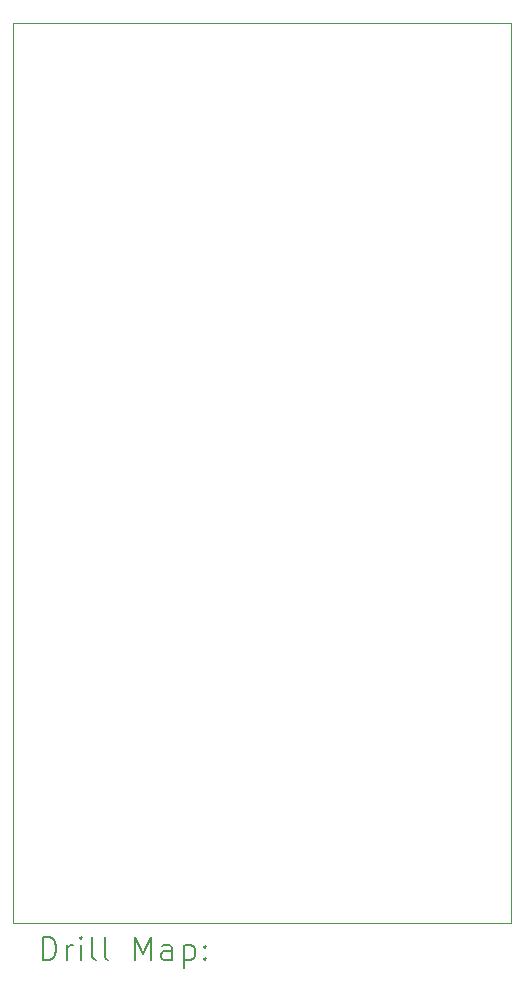
<source format=gbr>
%TF.GenerationSoftware,KiCad,Pcbnew,(6.0.8)*%
%TF.CreationDate,2023-03-23T08:34:03-06:00*%
%TF.ProjectId,Havoc6295_2_0.kicad_pro,4861766f-6336-4323-9935-5f325f302e6b,rev?*%
%TF.SameCoordinates,Original*%
%TF.FileFunction,Drillmap*%
%TF.FilePolarity,Positive*%
%FSLAX45Y45*%
G04 Gerber Fmt 4.5, Leading zero omitted, Abs format (unit mm)*
G04 Created by KiCad (PCBNEW (6.0.8)) date 2023-03-23 08:34:03*
%MOMM*%
%LPD*%
G01*
G04 APERTURE LIST*
%ADD10C,0.050000*%
%ADD11C,0.200000*%
G04 APERTURE END LIST*
D10*
X12741910Y-6690360D02*
X12741910Y-14310360D01*
X12741910Y-14310360D02*
X16958310Y-14310360D01*
X16958310Y-14310360D02*
X16958310Y-6690360D01*
X16958310Y-6690360D02*
X12741910Y-6690360D01*
D11*
X12997029Y-14623336D02*
X12997029Y-14423336D01*
X13044648Y-14423336D01*
X13073219Y-14432860D01*
X13092267Y-14451908D01*
X13101791Y-14470955D01*
X13111315Y-14509050D01*
X13111315Y-14537622D01*
X13101791Y-14575717D01*
X13092267Y-14594765D01*
X13073219Y-14613812D01*
X13044648Y-14623336D01*
X12997029Y-14623336D01*
X13197029Y-14623336D02*
X13197029Y-14490003D01*
X13197029Y-14528098D02*
X13206553Y-14509050D01*
X13216077Y-14499527D01*
X13235124Y-14490003D01*
X13254172Y-14490003D01*
X13320838Y-14623336D02*
X13320838Y-14490003D01*
X13320838Y-14423336D02*
X13311315Y-14432860D01*
X13320838Y-14442384D01*
X13330362Y-14432860D01*
X13320838Y-14423336D01*
X13320838Y-14442384D01*
X13444648Y-14623336D02*
X13425600Y-14613812D01*
X13416077Y-14594765D01*
X13416077Y-14423336D01*
X13549410Y-14623336D02*
X13530362Y-14613812D01*
X13520838Y-14594765D01*
X13520838Y-14423336D01*
X13777981Y-14623336D02*
X13777981Y-14423336D01*
X13844648Y-14566193D01*
X13911315Y-14423336D01*
X13911315Y-14623336D01*
X14092267Y-14623336D02*
X14092267Y-14518574D01*
X14082743Y-14499527D01*
X14063696Y-14490003D01*
X14025600Y-14490003D01*
X14006553Y-14499527D01*
X14092267Y-14613812D02*
X14073219Y-14623336D01*
X14025600Y-14623336D01*
X14006553Y-14613812D01*
X13997029Y-14594765D01*
X13997029Y-14575717D01*
X14006553Y-14556669D01*
X14025600Y-14547146D01*
X14073219Y-14547146D01*
X14092267Y-14537622D01*
X14187505Y-14490003D02*
X14187505Y-14690003D01*
X14187505Y-14499527D02*
X14206553Y-14490003D01*
X14244648Y-14490003D01*
X14263696Y-14499527D01*
X14273219Y-14509050D01*
X14282743Y-14528098D01*
X14282743Y-14585241D01*
X14273219Y-14604288D01*
X14263696Y-14613812D01*
X14244648Y-14623336D01*
X14206553Y-14623336D01*
X14187505Y-14613812D01*
X14368458Y-14604288D02*
X14377981Y-14613812D01*
X14368458Y-14623336D01*
X14358934Y-14613812D01*
X14368458Y-14604288D01*
X14368458Y-14623336D01*
X14368458Y-14499527D02*
X14377981Y-14509050D01*
X14368458Y-14518574D01*
X14358934Y-14509050D01*
X14368458Y-14499527D01*
X14368458Y-14518574D01*
M02*

</source>
